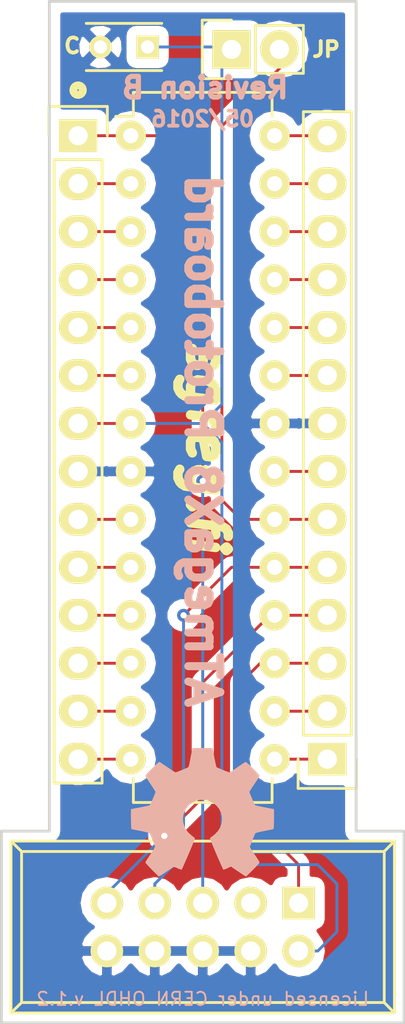
<source format=kicad_pcb>
(kicad_pcb (version 4) (host pcbnew 4.0.2+e4-6225~38~ubuntu15.10.1-stable)

  (general
    (links 42)
    (no_connects 0)
    (area 128.956999 66.472999 150.443001 120.725001)
    (thickness 1.6)
    (drawings 19)
    (tracks 75)
    (zones 0)
    (modules 7)
    (nets 28)
  )

  (page A4)
  (layers
    (0 F.Cu signal)
    (31 B.Cu signal)
    (32 B.Adhes user)
    (33 F.Adhes user)
    (34 B.Paste user)
    (35 F.Paste user)
    (36 B.SilkS user)
    (37 F.SilkS user)
    (38 B.Mask user)
    (39 F.Mask user)
    (40 Dwgs.User user)
    (41 Cmts.User user)
    (42 Eco1.User user)
    (43 Eco2.User user)
    (44 Edge.Cuts user)
    (45 Margin user)
    (46 B.CrtYd user)
    (47 F.CrtYd user)
    (48 B.Fab user)
    (49 F.Fab user)
  )

  (setup
    (last_trace_width 0.1524)
    (trace_clearance 0.1524)
    (zone_clearance 0.508)
    (zone_45_only no)
    (trace_min 0.1524)
    (segment_width 0.2)
    (edge_width 0.15)
    (via_size 0.6858)
    (via_drill 0.3302)
    (via_min_size 0.6858)
    (via_min_drill 0.3302)
    (uvia_size 0.762)
    (uvia_drill 0.508)
    (uvias_allowed no)
    (uvia_min_size 0)
    (uvia_min_drill 0)
    (pcb_text_width 0.3)
    (pcb_text_size 1.5 1.5)
    (mod_edge_width 0.15)
    (mod_text_size 1 1)
    (mod_text_width 0.15)
    (pad_size 1.524 1.524)
    (pad_drill 0.762)
    (pad_to_mask_clearance 0.2)
    (aux_axis_origin 0 0)
    (visible_elements FFFFFF7F)
    (pcbplotparams
      (layerselection 0x00030_80000001)
      (usegerberextensions false)
      (excludeedgelayer true)
      (linewidth 0.100000)
      (plotframeref false)
      (viasonmask false)
      (mode 1)
      (useauxorigin false)
      (hpglpennumber 1)
      (hpglpenspeed 20)
      (hpglpendiameter 15)
      (hpglpenoverlay 2)
      (psnegative false)
      (psa4output false)
      (plotreference true)
      (plotvalue true)
      (plotinvisibletext false)
      (padsonsilk false)
      (subtractmaskfromsilk false)
      (outputformat 1)
      (mirror false)
      (drillshape 1)
      (scaleselection 1)
      (outputdirectory ""))
  )

  (net 0 "")
  (net 1 /VCC)
  (net 2 /GND)
  (net 3 /RESET)
  (net 4 /PD0)
  (net 5 /PD1)
  (net 6 /PD2)
  (net 7 /PD3)
  (net 8 /PD4)
  (net 9 /PB6)
  (net 10 /PB7)
  (net 11 /PD5)
  (net 12 /PD6)
  (net 13 /PD7)
  (net 14 /PB0)
  (net 15 /PB1)
  (net 16 /PB2)
  (net 17 /PB3)
  (net 18 /PB4)
  (net 19 /PB5)
  (net 20 /AVCC)
  (net 21 /AREF)
  (net 22 /PC0)
  (net 23 /PC1)
  (net 24 /PC2)
  (net 25 /PC3)
  (net 26 /PC4)
  (net 27 /PC5)

  (net_class Default "This is the default net class."
    (clearance 0.1524)
    (trace_width 0.1524)
    (via_dia 0.6858)
    (via_drill 0.3302)
    (uvia_dia 0.762)
    (uvia_drill 0.508)
    (add_net /AREF)
    (add_net /AVCC)
    (add_net /GND)
    (add_net /PB0)
    (add_net /PB1)
    (add_net /PB2)
    (add_net /PB3)
    (add_net /PB4)
    (add_net /PB5)
    (add_net /PB6)
    (add_net /PB7)
    (add_net /PC0)
    (add_net /PC1)
    (add_net /PC2)
    (add_net /PC3)
    (add_net /PC4)
    (add_net /PC5)
    (add_net /PD0)
    (add_net /PD1)
    (add_net /PD2)
    (add_net /PD3)
    (add_net /PD4)
    (add_net /PD5)
    (add_net /PD6)
    (add_net /PD7)
    (add_net /RESET)
    (add_net /VCC)
  )

  (module Housings_DIP:DIP-28_W7.62mm (layer F.Cu) (tedit 56DA1F4A) (tstamp 56DA1F50)
    (at 135.89 73.66)
    (descr "28-lead dip package, row spacing 7.62 mm (300 mils)")
    (tags "dil dip 2.54 300")
    (path /56DA1270)
    (fp_text reference IC1 (at 0 -5.22) (layer F.SilkS) hide
      (effects (font (size 1 1) (thickness 0.15)))
    )
    (fp_text value ATMEGA328-P (at 0 -3.72) (layer F.Fab) hide
      (effects (font (size 1 1) (thickness 0.15)))
    )
    (fp_line (start -1.05 -2.45) (end -1.05 35.5) (layer F.CrtYd) (width 0.05))
    (fp_line (start 8.65 -2.45) (end 8.65 35.5) (layer F.CrtYd) (width 0.05))
    (fp_line (start -1.05 -2.45) (end 8.65 -2.45) (layer F.CrtYd) (width 0.05))
    (fp_line (start -1.05 35.5) (end 8.65 35.5) (layer F.CrtYd) (width 0.05))
    (fp_line (start 0.135 -2.295) (end 0.135 -1.025) (layer F.SilkS) (width 0.15))
    (fp_line (start 7.485 -2.295) (end 7.485 -1.025) (layer F.SilkS) (width 0.15))
    (fp_line (start 7.485 35.315) (end 7.485 34.045) (layer F.SilkS) (width 0.15))
    (fp_line (start 0.135 35.315) (end 0.135 34.045) (layer F.SilkS) (width 0.15))
    (fp_line (start 0.135 -2.295) (end 7.485 -2.295) (layer F.SilkS) (width 0.15))
    (fp_line (start 0.135 35.315) (end 7.485 35.315) (layer F.SilkS) (width 0.15))
    (fp_line (start 0.135 -1.025) (end -0.8 -1.025) (layer F.SilkS) (width 0.15))
    (pad 1 thru_hole oval (at 0 0) (size 1.6 1.6) (drill 0.8) (layers *.Cu *.Mask F.SilkS)
      (net 3 /RESET))
    (pad 2 thru_hole oval (at 0 2.54) (size 1.6 1.6) (drill 0.8) (layers *.Cu *.Mask F.SilkS)
      (net 4 /PD0))
    (pad 3 thru_hole oval (at 0 5.08) (size 1.6 1.6) (drill 0.8) (layers *.Cu *.Mask F.SilkS)
      (net 5 /PD1))
    (pad 4 thru_hole oval (at 0 7.62) (size 1.6 1.6) (drill 0.8) (layers *.Cu *.Mask F.SilkS)
      (net 6 /PD2))
    (pad 5 thru_hole oval (at 0 10.16) (size 1.6 1.6) (drill 0.8) (layers *.Cu *.Mask F.SilkS)
      (net 7 /PD3))
    (pad 6 thru_hole oval (at 0 12.7) (size 1.6 1.6) (drill 0.8) (layers *.Cu *.Mask F.SilkS)
      (net 8 /PD4))
    (pad 7 thru_hole oval (at 0 15.24) (size 1.6 1.6) (drill 0.8) (layers *.Cu *.Mask F.SilkS)
      (net 1 /VCC))
    (pad 8 thru_hole oval (at 0 17.78) (size 1.6 1.6) (drill 0.8) (layers *.Cu *.Mask F.SilkS)
      (net 2 /GND))
    (pad 9 thru_hole oval (at 0 20.32) (size 1.6 1.6) (drill 0.8) (layers *.Cu *.Mask F.SilkS)
      (net 9 /PB6))
    (pad 10 thru_hole oval (at 0 22.86) (size 1.6 1.6) (drill 0.8) (layers *.Cu *.Mask F.SilkS)
      (net 10 /PB7))
    (pad 11 thru_hole oval (at 0 25.4) (size 1.6 1.6) (drill 0.8) (layers *.Cu *.Mask F.SilkS)
      (net 11 /PD5))
    (pad 12 thru_hole oval (at 0 27.94) (size 1.6 1.6) (drill 0.8) (layers *.Cu *.Mask F.SilkS)
      (net 12 /PD6))
    (pad 13 thru_hole oval (at 0 30.48) (size 1.6 1.6) (drill 0.8) (layers *.Cu *.Mask F.SilkS)
      (net 13 /PD7))
    (pad 14 thru_hole oval (at 0 33.02) (size 1.6 1.6) (drill 0.8) (layers *.Cu *.Mask F.SilkS)
      (net 14 /PB0))
    (pad 15 thru_hole oval (at 7.62 33.02) (size 1.6 1.6) (drill 0.8) (layers *.Cu *.Mask F.SilkS)
      (net 15 /PB1))
    (pad 16 thru_hole oval (at 7.62 30.48) (size 1.6 1.6) (drill 0.8) (layers *.Cu *.Mask F.SilkS)
      (net 16 /PB2))
    (pad 17 thru_hole oval (at 7.62 27.94) (size 1.6 1.6) (drill 0.8) (layers *.Cu *.Mask F.SilkS)
      (net 17 /PB3))
    (pad 18 thru_hole oval (at 7.62 25.4) (size 1.6 1.6) (drill 0.8) (layers *.Cu *.Mask F.SilkS)
      (net 18 /PB4))
    (pad 19 thru_hole oval (at 7.62 22.86) (size 1.6 1.6) (drill 0.8) (layers *.Cu *.Mask F.SilkS)
      (net 19 /PB5))
    (pad 20 thru_hole oval (at 7.62 20.32) (size 1.6 1.6) (drill 0.8) (layers *.Cu *.Mask F.SilkS)
      (net 20 /AVCC))
    (pad 21 thru_hole oval (at 7.62 17.78) (size 1.6 1.6) (drill 0.8) (layers *.Cu *.Mask F.SilkS)
      (net 21 /AREF))
    (pad 22 thru_hole oval (at 7.62 15.24) (size 1.6 1.6) (drill 0.8) (layers *.Cu *.Mask F.SilkS)
      (net 2 /GND))
    (pad 23 thru_hole oval (at 7.62 12.7) (size 1.6 1.6) (drill 0.8) (layers *.Cu *.Mask F.SilkS)
      (net 22 /PC0))
    (pad 24 thru_hole oval (at 7.62 10.16) (size 1.6 1.6) (drill 0.8) (layers *.Cu *.Mask F.SilkS)
      (net 23 /PC1))
    (pad 25 thru_hole oval (at 7.62 7.62) (size 1.6 1.6) (drill 0.8) (layers *.Cu *.Mask F.SilkS)
      (net 24 /PC2))
    (pad 26 thru_hole oval (at 7.62 5.08) (size 1.6 1.6) (drill 0.8) (layers *.Cu *.Mask F.SilkS)
      (net 25 /PC3))
    (pad 27 thru_hole oval (at 7.62 2.54) (size 1.6 1.6) (drill 0.8) (layers *.Cu *.Mask F.SilkS)
      (net 26 /PC4))
    (pad 28 thru_hole oval (at 7.62 0) (size 1.6 1.6) (drill 0.8) (layers *.Cu *.Mask F.SilkS)
      (net 27 /PC5))
    (model Housings_DIP.3dshapes/DIP-28_W7.62mm.wrl
      (at (xyz 0 0 0))
      (scale (xyz 1 1 1))
      (rotate (xyz 0 0 0))
    )
  )

  (module Capacitors_ThroughHole:C_Rect_L4_W2.5_P2.5 (layer F.Cu) (tedit 56DA1F57) (tstamp 56DA1F30)
    (at 136.779 68.961 180)
    (descr "Film Capacitor Length 4mm x Width 2.5mm, Pitch 2.5mm")
    (tags Capacitor)
    (path /56DA16B2)
    (fp_text reference C1 (at 1.25 -2.5 180) (layer F.SilkS) hide
      (effects (font (size 1 1) (thickness 0.15)))
    )
    (fp_text value 100n (at 1.25 2.5 180) (layer F.Fab) hide
      (effects (font (size 1 1) (thickness 0.15)))
    )
    (fp_line (start -1 -1.5) (end 3.5 -1.5) (layer F.CrtYd) (width 0.05))
    (fp_line (start 3.5 -1.5) (end 3.5 1.5) (layer F.CrtYd) (width 0.05))
    (fp_line (start 3.5 1.5) (end -1 1.5) (layer F.CrtYd) (width 0.05))
    (fp_line (start -1 1.5) (end -1 -1.5) (layer F.CrtYd) (width 0.05))
    (fp_line (start -0.75 -1.25) (end 3.25 -1.25) (layer F.SilkS) (width 0.15))
    (fp_line (start -0.75 1.25) (end 3.25 1.25) (layer F.SilkS) (width 0.15))
    (pad 1 thru_hole rect (at 0 0 180) (size 1.2 1.2) (drill 0.7) (layers *.Cu *.Mask F.SilkS)
      (net 1 /VCC))
    (pad 2 thru_hole circle (at 2.5 0 180) (size 1.2 1.2) (drill 0.7) (layers *.Cu *.Mask F.SilkS)
      (net 2 /GND))
  )

  (module Socket_Strips:Socket_Strip_Straight_1x14 (layer F.Cu) (tedit 56DA1F42) (tstamp 56DA1F62)
    (at 133.096 73.66 270)
    (descr "Through hole socket strip")
    (tags "socket strip")
    (path /56DA143A)
    (fp_text reference P1 (at 0 -5.1 270) (layer F.SilkS) hide
      (effects (font (size 1 1) (thickness 0.15)))
    )
    (fp_text value CONN1 (at 0 -3.1 270) (layer F.Fab) hide
      (effects (font (size 1 1) (thickness 0.15)))
    )
    (fp_line (start -1.75 -1.75) (end -1.75 1.75) (layer F.CrtYd) (width 0.05))
    (fp_line (start 34.8 -1.75) (end 34.8 1.75) (layer F.CrtYd) (width 0.05))
    (fp_line (start -1.75 -1.75) (end 34.8 -1.75) (layer F.CrtYd) (width 0.05))
    (fp_line (start -1.75 1.75) (end 34.8 1.75) (layer F.CrtYd) (width 0.05))
    (fp_line (start 1.27 -1.27) (end 34.29 -1.27) (layer F.SilkS) (width 0.15))
    (fp_line (start 34.29 -1.27) (end 34.29 1.27) (layer F.SilkS) (width 0.15))
    (fp_line (start 34.29 1.27) (end 1.27 1.27) (layer F.SilkS) (width 0.15))
    (fp_line (start -1.55 1.55) (end 0 1.55) (layer F.SilkS) (width 0.15))
    (fp_line (start 1.27 1.27) (end 1.27 -1.27) (layer F.SilkS) (width 0.15))
    (fp_line (start 0 -1.55) (end -1.55 -1.55) (layer F.SilkS) (width 0.15))
    (fp_line (start -1.55 -1.55) (end -1.55 1.55) (layer F.SilkS) (width 0.15))
    (pad 1 thru_hole rect (at 0 0 270) (size 1.7272 2.032) (drill 1.016) (layers *.Cu *.Mask F.SilkS)
      (net 3 /RESET))
    (pad 2 thru_hole oval (at 2.54 0 270) (size 1.7272 2.032) (drill 1.016) (layers *.Cu *.Mask F.SilkS)
      (net 4 /PD0))
    (pad 3 thru_hole oval (at 5.08 0 270) (size 1.7272 2.032) (drill 1.016) (layers *.Cu *.Mask F.SilkS)
      (net 5 /PD1))
    (pad 4 thru_hole oval (at 7.62 0 270) (size 1.7272 2.032) (drill 1.016) (layers *.Cu *.Mask F.SilkS)
      (net 6 /PD2))
    (pad 5 thru_hole oval (at 10.16 0 270) (size 1.7272 2.032) (drill 1.016) (layers *.Cu *.Mask F.SilkS)
      (net 7 /PD3))
    (pad 6 thru_hole oval (at 12.7 0 270) (size 1.7272 2.032) (drill 1.016) (layers *.Cu *.Mask F.SilkS)
      (net 8 /PD4))
    (pad 7 thru_hole oval (at 15.24 0 270) (size 1.7272 2.032) (drill 1.016) (layers *.Cu *.Mask F.SilkS)
      (net 1 /VCC))
    (pad 8 thru_hole oval (at 17.78 0 270) (size 1.7272 2.032) (drill 1.016) (layers *.Cu *.Mask F.SilkS)
      (net 2 /GND))
    (pad 9 thru_hole oval (at 20.32 0 270) (size 1.7272 2.032) (drill 1.016) (layers *.Cu *.Mask F.SilkS)
      (net 9 /PB6))
    (pad 10 thru_hole oval (at 22.86 0 270) (size 1.7272 2.032) (drill 1.016) (layers *.Cu *.Mask F.SilkS)
      (net 10 /PB7))
    (pad 11 thru_hole oval (at 25.4 0 270) (size 1.7272 2.032) (drill 1.016) (layers *.Cu *.Mask F.SilkS)
      (net 11 /PD5))
    (pad 12 thru_hole oval (at 27.94 0 270) (size 1.7272 2.032) (drill 1.016) (layers *.Cu *.Mask F.SilkS)
      (net 12 /PD6))
    (pad 13 thru_hole oval (at 30.48 0 270) (size 1.7272 2.032) (drill 1.016) (layers *.Cu *.Mask F.SilkS)
      (net 13 /PD7))
    (pad 14 thru_hole oval (at 33.02 0 270) (size 1.7272 2.032) (drill 1.016) (layers *.Cu *.Mask F.SilkS)
      (net 14 /PB0))
    (model Socket_Strips.3dshapes/Socket_Strip_Straight_1x14.wrl
      (at (xyz 0.65 0 0))
      (scale (xyz 1 1 1))
      (rotate (xyz 0 0 180))
    )
  )

  (module Socket_Strips:Socket_Strip_Straight_1x14 (layer F.Cu) (tedit 56DA1F60) (tstamp 56DA1F74)
    (at 146.304 106.68 90)
    (descr "Through hole socket strip")
    (tags "socket strip")
    (path /56DA12E7)
    (fp_text reference P2 (at 0 -5.1 90) (layer F.SilkS) hide
      (effects (font (size 1 1) (thickness 0.15)))
    )
    (fp_text value CONN2 (at 0 -3.1 90) (layer F.Fab) hide
      (effects (font (size 1 1) (thickness 0.15)))
    )
    (fp_line (start -1.75 -1.75) (end -1.75 1.75) (layer F.CrtYd) (width 0.05))
    (fp_line (start 34.8 -1.75) (end 34.8 1.75) (layer F.CrtYd) (width 0.05))
    (fp_line (start -1.75 -1.75) (end 34.8 -1.75) (layer F.CrtYd) (width 0.05))
    (fp_line (start -1.75 1.75) (end 34.8 1.75) (layer F.CrtYd) (width 0.05))
    (fp_line (start 1.27 -1.27) (end 34.29 -1.27) (layer F.SilkS) (width 0.15))
    (fp_line (start 34.29 -1.27) (end 34.29 1.27) (layer F.SilkS) (width 0.15))
    (fp_line (start 34.29 1.27) (end 1.27 1.27) (layer F.SilkS) (width 0.15))
    (fp_line (start -1.55 1.55) (end 0 1.55) (layer F.SilkS) (width 0.15))
    (fp_line (start 1.27 1.27) (end 1.27 -1.27) (layer F.SilkS) (width 0.15))
    (fp_line (start 0 -1.55) (end -1.55 -1.55) (layer F.SilkS) (width 0.15))
    (fp_line (start -1.55 -1.55) (end -1.55 1.55) (layer F.SilkS) (width 0.15))
    (pad 1 thru_hole rect (at 0 0 90) (size 1.7272 2.032) (drill 1.016) (layers *.Cu *.Mask F.SilkS)
      (net 15 /PB1))
    (pad 2 thru_hole oval (at 2.54 0 90) (size 1.7272 2.032) (drill 1.016) (layers *.Cu *.Mask F.SilkS)
      (net 16 /PB2))
    (pad 3 thru_hole oval (at 5.08 0 90) (size 1.7272 2.032) (drill 1.016) (layers *.Cu *.Mask F.SilkS)
      (net 17 /PB3))
    (pad 4 thru_hole oval (at 7.62 0 90) (size 1.7272 2.032) (drill 1.016) (layers *.Cu *.Mask F.SilkS)
      (net 18 /PB4))
    (pad 5 thru_hole oval (at 10.16 0 90) (size 1.7272 2.032) (drill 1.016) (layers *.Cu *.Mask F.SilkS)
      (net 19 /PB5))
    (pad 6 thru_hole oval (at 12.7 0 90) (size 1.7272 2.032) (drill 1.016) (layers *.Cu *.Mask F.SilkS)
      (net 20 /AVCC))
    (pad 7 thru_hole oval (at 15.24 0 90) (size 1.7272 2.032) (drill 1.016) (layers *.Cu *.Mask F.SilkS)
      (net 21 /AREF))
    (pad 8 thru_hole oval (at 17.78 0 90) (size 1.7272 2.032) (drill 1.016) (layers *.Cu *.Mask F.SilkS)
      (net 2 /GND))
    (pad 9 thru_hole oval (at 20.32 0 90) (size 1.7272 2.032) (drill 1.016) (layers *.Cu *.Mask F.SilkS)
      (net 22 /PC0))
    (pad 10 thru_hole oval (at 22.86 0 90) (size 1.7272 2.032) (drill 1.016) (layers *.Cu *.Mask F.SilkS)
      (net 23 /PC1))
    (pad 11 thru_hole oval (at 25.4 0 90) (size 1.7272 2.032) (drill 1.016) (layers *.Cu *.Mask F.SilkS)
      (net 24 /PC2))
    (pad 12 thru_hole oval (at 27.94 0 90) (size 1.7272 2.032) (drill 1.016) (layers *.Cu *.Mask F.SilkS)
      (net 25 /PC3))
    (pad 13 thru_hole oval (at 30.48 0 90) (size 1.7272 2.032) (drill 1.016) (layers *.Cu *.Mask F.SilkS)
      (net 26 /PC4))
    (pad 14 thru_hole oval (at 33.02 0 90) (size 1.7272 2.032) (drill 1.016) (layers *.Cu *.Mask F.SilkS)
      (net 27 /PC5))
    (model Socket_Strips.3dshapes/Socket_Strip_Straight_1x14.wrl
      (at (xyz 0.65 0 0))
      (scale (xyz 1 1 1))
      (rotate (xyz 0 0 180))
    )
  )

  (module Connect:IDC_Header_Straight_10pins (layer F.Cu) (tedit 56DA1F51) (tstamp 56DA1F82)
    (at 144.78 114.3 180)
    (descr "10 pins through hole IDC header")
    (tags "IDC header socket VASCH")
    (path /56DA1645)
    (fp_text reference P3 (at 5.08 -7.62 180) (layer F.SilkS) hide
      (effects (font (size 1 1) (thickness 0.15)))
    )
    (fp_text value SERPROG (at 5.08 5.223 180) (layer F.Fab) hide
      (effects (font (size 1 1) (thickness 0.15)))
    )
    (fp_line (start -5.08 -5.82) (end 15.24 -5.82) (layer F.SilkS) (width 0.15))
    (fp_line (start -4.54 -5.27) (end 14.68 -5.27) (layer F.SilkS) (width 0.15))
    (fp_line (start -5.08 3.28) (end 15.24 3.28) (layer F.SilkS) (width 0.15))
    (fp_line (start -4.54 2.73) (end 2.83 2.73) (layer F.SilkS) (width 0.15))
    (fp_line (start 7.33 2.73) (end 14.68 2.73) (layer F.SilkS) (width 0.15))
    (fp_line (start 2.83 2.73) (end 2.83 3.28) (layer F.SilkS) (width 0.15))
    (fp_line (start 7.33 2.73) (end 7.33 3.28) (layer F.SilkS) (width 0.15))
    (fp_line (start -5.08 -5.82) (end -5.08 3.28) (layer F.SilkS) (width 0.15))
    (fp_line (start -4.54 -5.27) (end -4.54 2.73) (layer F.SilkS) (width 0.15))
    (fp_line (start 15.24 -5.82) (end 15.24 3.28) (layer F.SilkS) (width 0.15))
    (fp_line (start 14.68 -5.27) (end 14.68 2.73) (layer F.SilkS) (width 0.15))
    (fp_line (start -5.08 -5.82) (end -4.54 -5.27) (layer F.SilkS) (width 0.15))
    (fp_line (start 15.24 -5.82) (end 14.68 -5.27) (layer F.SilkS) (width 0.15))
    (fp_line (start -5.08 3.28) (end -4.54 2.73) (layer F.SilkS) (width 0.15))
    (fp_line (start 15.24 3.28) (end 14.68 2.73) (layer F.SilkS) (width 0.15))
    (fp_line (start -5.35 -6.05) (end 15.5 -6.05) (layer F.CrtYd) (width 0.05))
    (fp_line (start 15.5 -6.05) (end 15.5 3.55) (layer F.CrtYd) (width 0.05))
    (fp_line (start 15.5 3.55) (end -5.35 3.55) (layer F.CrtYd) (width 0.05))
    (fp_line (start -5.35 3.55) (end -5.35 -6.05) (layer F.CrtYd) (width 0.05))
    (pad 1 thru_hole rect (at 0 0 180) (size 1.7272 1.7272) (drill 1.016) (layers *.Cu *.Mask F.SilkS)
      (net 17 /PB3))
    (pad 2 thru_hole oval (at 0 -2.54 180) (size 1.7272 1.7272) (drill 1.016) (layers *.Cu *.Mask F.SilkS)
      (net 1 /VCC))
    (pad 3 thru_hole oval (at 2.54 0 180) (size 1.7272 1.7272) (drill 1.016) (layers *.Cu *.Mask F.SilkS))
    (pad 4 thru_hole oval (at 2.54 -2.54 180) (size 1.7272 1.7272) (drill 1.016) (layers *.Cu *.Mask F.SilkS)
      (net 2 /GND))
    (pad 5 thru_hole oval (at 5.08 0 180) (size 1.7272 1.7272) (drill 1.016) (layers *.Cu *.Mask F.SilkS)
      (net 3 /RESET))
    (pad 6 thru_hole oval (at 5.08 -2.54 180) (size 1.7272 1.7272) (drill 1.016) (layers *.Cu *.Mask F.SilkS)
      (net 2 /GND))
    (pad 7 thru_hole oval (at 7.62 0 180) (size 1.7272 1.7272) (drill 1.016) (layers *.Cu *.Mask F.SilkS)
      (net 19 /PB5))
    (pad 8 thru_hole oval (at 7.62 -2.54 180) (size 1.7272 1.7272) (drill 1.016) (layers *.Cu *.Mask F.SilkS)
      (net 2 /GND))
    (pad 9 thru_hole oval (at 10.16 0 180) (size 1.7272 1.7272) (drill 1.016) (layers *.Cu *.Mask F.SilkS)
      (net 18 /PB4))
    (pad 10 thru_hole oval (at 10.16 -2.54 180) (size 1.7272 1.7272) (drill 1.016) (layers *.Cu *.Mask F.SilkS)
      (net 2 /GND))
  )

  (module Artwork_4chord-midi:oshw (layer B.Cu) (tedit 0) (tstamp 572B4FE0)
    (at 139.7 109.474 180)
    (fp_text reference G*** (at 0 0 180) (layer B.SilkS) hide
      (effects (font (thickness 0.3)) (justify mirror))
    )
    (fp_text value LOGO (at 0.75 0 180) (layer B.SilkS) hide
      (effects (font (thickness 0.3)) (justify mirror))
    )
    (fp_poly (pts (xy 0.64047 2.889672) (xy 0.670098 2.736551) (xy 0.698254 2.600356) (xy 0.723117 2.489182)
      (xy 0.742866 2.411128) (xy 0.75568 2.37429) (xy 0.756643 2.373046) (xy 0.788504 2.354888)
      (xy 0.8571 2.32307) (xy 0.951446 2.282082) (xy 1.060556 2.236414) (xy 1.173444 2.190554)
      (xy 1.279124 2.148993) (xy 1.366611 2.11622) (xy 1.42492 2.096724) (xy 1.441256 2.093266)
      (xy 1.470221 2.107113) (xy 1.533986 2.145629) (xy 1.625474 2.204277) (xy 1.737608 2.278519)
      (xy 1.863314 2.36382) (xy 1.864193 2.364424) (xy 1.990656 2.45071) (xy 2.104075 2.527104)
      (xy 2.197204 2.588805) (xy 2.262792 2.631009) (xy 2.2935 2.648878) (xy 2.321564 2.635863)
      (xy 2.377672 2.592097) (xy 2.455103 2.524219) (xy 2.547138 2.438868) (xy 2.647056 2.342686)
      (xy 2.748137 2.242312) (xy 2.843662 2.144387) (xy 2.926911 2.055549) (xy 2.991164 1.98244)
      (xy 3.029701 1.931699) (xy 3.037789 1.913435) (xy 3.023934 1.880434) (xy 2.985416 1.812953)
      (xy 2.926805 1.718373) (xy 2.85267 1.604071) (xy 2.769749 1.480603) (xy 2.685 1.354791)
      (xy 2.611274 1.242206) (xy 2.55312 1.15005) (xy 2.515083 1.085528) (xy 2.501708 1.056012)
      (xy 2.511533 1.021422) (xy 2.537966 0.951032) (xy 2.576444 0.8555) (xy 2.622403 0.745482)
      (xy 2.67128 0.631637) (xy 2.718513 0.524623) (xy 2.759538 0.435098) (xy 2.789791 0.37372)
      (xy 2.803062 0.352154) (xy 2.830915 0.343432) (xy 2.899522 0.327195) (xy 2.999456 0.305335)
      (xy 3.121288 0.279747) (xy 3.255592 0.252322) (xy 3.392939 0.224953) (xy 3.523903 0.199533)
      (xy 3.639056 0.177955) (xy 3.728971 0.162111) (xy 3.78422 0.153895) (xy 3.794194 0.153166)
      (xy 3.799541 0.12918) (xy 3.803123 0.063315) (xy 3.805079 -0.035287) (xy 3.805545 -0.157484)
      (xy 3.804662 -0.294135) (xy 3.802566 -0.436098) (xy 3.799395 -0.574233) (xy 3.795288 -0.699397)
      (xy 3.790383 -0.80245) (xy 3.784818 -0.874249) (xy 3.778731 -0.905654) (xy 3.778194 -0.906167)
      (xy 3.745912 -0.91576) (xy 3.671971 -0.932709) (xy 3.564934 -0.955207) (xy 3.433369 -0.981447)
      (xy 3.304036 -1.00621) (xy 3.15499 -1.03581) (xy 3.023696 -1.064907) (xy 2.918664 -1.091384)
      (xy 2.848402 -1.113123) (xy 2.822613 -1.126024) (xy 2.801725 -1.161981) (xy 2.76767 -1.234727)
      (xy 2.724824 -1.333408) (xy 2.677561 -1.447169) (xy 2.630256 -1.565157) (xy 2.587284 -1.676517)
      (xy 2.553021 -1.770395) (xy 2.53184 -1.835936) (xy 2.527141 -1.859089) (xy 2.541084 -1.890255)
      (xy 2.579699 -1.955693) (xy 2.638262 -2.047933) (xy 2.712049 -2.159503) (xy 2.782513 -2.262948)
      (xy 2.865598 -2.385735) (xy 2.937376 -2.496326) (xy 2.993097 -2.587032) (xy 3.028013 -2.650166)
      (xy 3.037789 -2.676161) (xy 3.02058 -2.704816) (xy 2.973437 -2.761962) (xy 2.903086 -2.840681)
      (xy 2.816253 -2.934057) (xy 2.719665 -3.035174) (xy 2.620047 -3.137116) (xy 2.524126 -3.232965)
      (xy 2.438628 -3.315807) (xy 2.370278 -3.378724) (xy 2.325804 -3.414801) (xy 2.313719 -3.420703)
      (xy 2.286552 -3.406926) (xy 2.224849 -3.368779) (xy 2.135991 -3.311037) (xy 2.027362 -3.238477)
      (xy 1.937763 -3.177484) (xy 1.817309 -3.095568) (xy 1.709359 -3.023487) (xy 1.621837 -2.96643)
      (xy 1.562666 -2.929582) (xy 1.542131 -2.918503) (xy 1.500072 -2.921412) (xy 1.427316 -2.943964)
      (xy 1.33813 -2.981625) (xy 1.327437 -2.986734) (xy 1.239165 -3.025589) (xy 1.165842 -3.050898)
      (xy 1.121565 -3.057915) (xy 1.118367 -3.057122) (xy 1.103052 -3.032305) (xy 1.071056 -2.966864)
      (xy 1.025187 -2.86736) (xy 0.968257 -2.740358) (xy 0.903075 -2.59242) (xy 0.832451 -2.430109)
      (xy 0.759196 -2.25999) (xy 0.686118 -2.088624) (xy 0.616029 -1.922574) (xy 0.551738 -1.768405)
      (xy 0.496055 -1.632679) (xy 0.45179 -1.521959) (xy 0.421754 -1.442808) (xy 0.408756 -1.401789)
      (xy 0.408442 -1.399006) (xy 0.427565 -1.377774) (xy 0.47863 -1.33451) (xy 0.552177 -1.27706)
      (xy 0.586148 -1.251586) (xy 0.764056 -1.0918) (xy 0.899483 -0.911344) (xy 0.992014 -0.715978)
      (xy 1.041233 -0.511461) (xy 1.046726 -0.303552) (xy 1.008078 -0.09801) (xy 0.924873 0.099405)
      (xy 0.796696 0.282935) (xy 0.703686 0.37882) (xy 0.527636 0.509759) (xy 0.338522 0.595728)
      (xy 0.142041 0.63924) (xy -0.056112 0.642807) (xy -0.25024 0.608944) (xy -0.434649 0.540164)
      (xy -0.603642 0.43898) (xy -0.751524 0.307906) (xy -0.872599 0.149454) (xy -0.961171 -0.033861)
      (xy -1.011544 -0.239526) (xy -1.021106 -0.382278) (xy -0.996973 -0.610942) (xy -0.92507 -0.822294)
      (xy -0.806135 -1.014937) (xy -0.640909 -1.187474) (xy -0.560621 -1.251586) (xy -0.480668 -1.312545)
      (xy -0.419373 -1.36249) (xy -0.386195 -1.393576) (xy -0.382915 -1.399006) (xy -0.392627 -1.432796)
      (xy -0.419889 -1.505854) (xy -0.461888 -1.611614) (xy -0.515813 -1.743514) (xy -0.578849 -1.894991)
      (xy -0.648186 -2.059481) (xy -0.721011 -2.230421) (xy -0.794511 -2.401249) (xy -0.865874 -2.565399)
      (xy -0.932288 -2.71631) (xy -0.990939 -2.847418) (xy -1.039017 -2.95216) (xy -1.073708 -3.023973)
      (xy -1.092199 -3.056292) (xy -1.093544 -3.057392) (xy -1.132254 -3.053219) (xy -1.202373 -3.029686)
      (xy -1.290304 -2.991543) (xy -1.311532 -2.981245) (xy -1.493367 -2.891223) (xy -1.880328 -3.155963)
      (xy -2.004404 -3.240073) (xy -2.11439 -3.313161) (xy -2.203243 -3.370665) (xy -2.263921 -3.408024)
      (xy -2.289112 -3.420703) (xy -2.313092 -3.403434) (xy -2.36701 -3.355321) (xy -2.44499 -3.281907)
      (xy -2.541156 -3.188735) (xy -2.64963 -3.081347) (xy -2.661598 -3.069368) (xy -2.770297 -2.958356)
      (xy -2.865285 -2.857324) (xy -2.940976 -2.772547) (xy -2.991782 -2.7103) (xy -3.012117 -2.676859)
      (xy -3.012261 -2.675488) (xy -2.998301 -2.641409) (xy -2.959586 -2.573334) (xy -2.900863 -2.478935)
      (xy -2.82688 -2.365885) (xy -2.756985 -2.262948) (xy -2.674043 -2.140894) (xy -2.602348 -2.031881)
      (xy -2.546622 -1.943379) (xy -2.511591 -1.882859) (xy -2.501614 -1.859089) (xy -2.511088 -1.819716)
      (xy -2.536695 -1.744442) (xy -2.574059 -1.64412) (xy -2.618806 -1.529606) (xy -2.66656 -1.411752)
      (xy -2.712947 -1.301415) (xy -2.753591 -1.209446) (xy -2.784118 -1.146702) (xy -2.797086 -1.126024)
      (xy -2.832128 -1.109809) (xy -2.908984 -1.087103) (xy -3.019146 -1.060024) (xy -3.154104 -1.030689)
      (xy -3.278509 -1.00621) (xy -3.42458 -0.978173) (xy -3.553663 -0.952285) (xy -3.657194 -0.930355)
      (xy -3.726605 -0.914191) (xy -3.752666 -0.906167) (xy -3.758791 -0.878619) (xy -3.764406 -0.809899)
      (xy -3.769373 -0.709149) (xy -3.773553 -0.585509) (xy -3.776808 -0.448121) (xy -3.779001 -0.306128)
      (xy -3.779993 -0.168669) (xy -3.779646 -0.044888) (xy -3.777823 0.056076) (xy -3.774385 0.12508)
      (xy -3.769193 0.152982) (xy -3.768666 0.153166) (xy -3.729137 0.157972) (xy -3.651344 0.171127)
      (xy -3.544713 0.19074) (xy -3.418672 0.214916) (xy -3.282649 0.241764) (xy -3.146071 0.269391)
      (xy -3.018365 0.295904) (xy -2.90896 0.31941) (xy -2.827281 0.338017) (xy -2.782758 0.349832)
      (xy -2.777534 0.352154) (xy -2.758993 0.383818) (xy -2.726083 0.452034) (xy -2.683366 0.546144)
      (xy -2.635405 0.65549) (xy -2.586764 0.769414) (xy -2.542006 0.877258) (xy -2.505694 0.968365)
      (xy -2.482391 1.032076) (xy -2.476181 1.056012) (xy -2.489993 1.086325) (xy -2.528396 1.151358)
      (xy -2.586843 1.243907) (xy -2.660786 1.356767) (xy -2.744221 1.480603) (xy -2.829098 1.607034)
      (xy -2.902909 1.720942) (xy -2.961085 1.81495) (xy -2.999056 1.881678) (xy -3.012261 1.913435)
      (xy -2.994894 1.945312) (xy -2.947272 2.004042) (xy -2.876116 2.082985) (xy -2.788145 2.175501)
      (xy -2.69008 2.274949) (xy -2.588639 2.37469) (xy -2.490544 2.468084) (xy -2.402513 2.54849)
      (xy -2.331268 2.609269) (xy -2.283527 2.643781) (xy -2.267972 2.648878) (xy -2.236853 2.630752)
      (xy -2.171006 2.588366) (xy -2.077679 2.526524) (xy -1.964121 2.450027) (xy -1.838666 2.364424)
      (xy -1.712893 2.279064) (xy -1.600643 2.204731) (xy -1.508991 2.145963) (xy -1.445015 2.107296)
      (xy -1.415792 2.093267) (xy -1.415729 2.093266) (xy -1.379984 2.102737) (xy -1.308527 2.128154)
      (xy -1.212343 2.16503) (xy -1.102418 2.208874) (xy -0.989737 2.255197) (xy -0.885287 2.299509)
      (xy -0.800052 2.337322) (xy -0.745018 2.364146) (xy -0.731115 2.373046) (xy -0.719232 2.404529)
      (xy -0.700201 2.478176) (xy -0.675843 2.585891) (xy -0.647978 2.719576) (xy -0.618428 2.871133)
      (xy -0.614942 2.889672) (xy -0.522655 3.382412) (xy 0.548183 3.382412) (xy 0.64047 2.889672)) (layer B.SilkS) (width 0.002))
  )

  (module Socket_Strips:Socket_Strip_Straight_1x02 (layer F.Cu) (tedit 572B52C8) (tstamp 572B5272)
    (at 141.224 69.088)
    (descr "Through hole socket strip")
    (tags "socket strip")
    (path /572B519E)
    (fp_text reference JP1 (at 0 -5.1) (layer F.SilkS) hide
      (effects (font (size 1 1) (thickness 0.15)))
    )
    (fp_text value JUMPER (at 0 -3.1) (layer F.Fab) hide
      (effects (font (size 1 1) (thickness 0.15)))
    )
    (fp_line (start -1.55 1.55) (end 0 1.55) (layer F.SilkS) (width 0.15))
    (fp_line (start 3.81 1.27) (end 1.27 1.27) (layer F.SilkS) (width 0.15))
    (fp_line (start -1.75 -1.75) (end -1.75 1.75) (layer F.CrtYd) (width 0.05))
    (fp_line (start 4.3 -1.75) (end 4.3 1.75) (layer F.CrtYd) (width 0.05))
    (fp_line (start -1.75 -1.75) (end 4.3 -1.75) (layer F.CrtYd) (width 0.05))
    (fp_line (start -1.75 1.75) (end 4.3 1.75) (layer F.CrtYd) (width 0.05))
    (fp_line (start 1.27 1.27) (end 1.27 -1.27) (layer F.SilkS) (width 0.15))
    (fp_line (start 0 -1.55) (end -1.55 -1.55) (layer F.SilkS) (width 0.15))
    (fp_line (start -1.55 -1.55) (end -1.55 1.55) (layer F.SilkS) (width 0.15))
    (fp_line (start 1.27 -1.27) (end 3.81 -1.27) (layer F.SilkS) (width 0.15))
    (fp_line (start 3.81 -1.27) (end 3.81 1.27) (layer F.SilkS) (width 0.15))
    (pad 1 thru_hole rect (at 0 0) (size 2.032 2.032) (drill 1.016) (layers *.Cu *.Mask F.SilkS)
      (net 1 /VCC))
    (pad 2 thru_hole oval (at 2.54 0) (size 2.032 2.032) (drill 1.016) (layers *.Cu *.Mask F.SilkS)
      (net 20 /AVCC))
    (model Socket_Strips.3dshapes/Socket_Strip_Straight_1x02.wrl
      (at (xyz 0.05 0 0))
      (scale (xyz 1 1 1))
      (rotate (xyz 0 0 180))
    )
  )

  (gr_circle (center 133.096 71.247) (end 133.096 71.3105) (layer F.SilkS) (width 0.2))
  (gr_circle (center 133.096 71.247) (end 133.1595 71.374) (layer F.SilkS) (width 0.2))
  (gr_text JP (at 146.2405 69.088) (layer F.SilkS)
    (effects (font (size 0.8 0.8) (thickness 0.2)))
  )
  (gr_circle (center 133.096 71.247) (end 133.223 71.374) (layer F.SilkS) (width 0.2))
  (gr_circle (center 133.096 71.247) (end 133.35 71.501) (layer F.SilkS) (width 0.2))
  (gr_text C (at 132.7785 68.8975) (layer F.SilkS)
    (effects (font (size 0.8 0.8) (thickness 0.2)))
  )
  (gr_line (start 129.032 110.49) (end 129.032 120.65) (angle 90) (layer Edge.Cuts) (width 0.15))
  (gr_line (start 131.572 110.49) (end 129.032 110.49) (angle 90) (layer Edge.Cuts) (width 0.15))
  (gr_line (start 131.572 66.548) (end 131.572 110.49) (angle 90) (layer Edge.Cuts) (width 0.15))
  (gr_line (start 147.828 66.548) (end 131.572 66.548) (angle 90) (layer Edge.Cuts) (width 0.15))
  (gr_line (start 147.828 110.49) (end 147.828 66.548) (angle 90) (layer Edge.Cuts) (width 0.15))
  (gr_line (start 150.368 110.49) (end 147.828 110.49) (angle 90) (layer Edge.Cuts) (width 0.15))
  (gr_line (start 150.368 120.65) (end 150.368 110.49) (angle 90) (layer Edge.Cuts) (width 0.15))
  (gr_line (start 129.032 120.65) (end 150.368 120.65) (angle 90) (layer Edge.Cuts) (width 0.15))
  (gr_text sgreg.fi (at 139.954 90.17 270) (layer F.SilkS)
    (effects (font (size 2 2) (thickness 0.5) italic))
  )
  (gr_text "Licensed under CERN OHDL v.1.2" (at 139.7 119.38) (layer B.SilkS)
    (effects (font (size 0.7 0.7) (thickness 0.1)) (justify mirror))
  )
  (gr_text 05/2016 (at 139.7 72.771) (layer B.SilkS)
    (effects (font (size 0.8 0.8) (thickness 0.2)) (justify mirror))
  )
  (gr_text "Revision B" (at 139.827 71.12) (layer B.SilkS)
    (effects (font (size 1.1 1.1) (thickness 0.275)) (justify mirror))
  )
  (gr_text "ATmegaX8 Protoboard" (at 139.7 104.14 270) (layer B.SilkS)
    (effects (font (size 1.7 1.7) (thickness 0.425)) (justify left mirror))
  )

  (segment (start 135.89 88.9) (end 139.7 88.9) (width 0.1524) (layer B.Cu) (net 1))
  (segment (start 139.7 88.9) (end 140.716 87.884) (width 0.1524) (layer B.Cu) (net 1) (tstamp 572B553E))
  (segment (start 140.716 87.884) (end 140.716 69.596) (width 0.1524) (layer B.Cu) (net 1) (tstamp 572B553F))
  (segment (start 140.716 69.596) (end 141.224 69.088) (width 0.1524) (layer B.Cu) (net 1) (tstamp 572B5541))
  (segment (start 136.779 68.961) (end 141.097 68.961) (width 0.1524) (layer B.Cu) (net 1))
  (segment (start 141.097 68.961) (end 141.224 69.088) (width 0.1524) (layer B.Cu) (net 1) (tstamp 572B54F4))
  (segment (start 140.716 69.596) (end 141.224 69.088) (width 0.1524) (layer B.Cu) (net 1) (tstamp 572B54F1))
  (segment (start 139.7 88.9) (end 140.716 89.916) (width 0.1524) (layer B.Cu) (net 1) (tstamp 572B4364))
  (segment (start 145.796 116.84) (end 144.78 116.84) (width 0.1524) (layer B.Cu) (net 1) (tstamp 572B437D))
  (segment (start 146.812 115.824) (end 145.796 116.84) (width 0.1524) (layer B.Cu) (net 1) (tstamp 572B437C))
  (segment (start 146.812 113.284) (end 146.812 115.824) (width 0.1524) (layer B.Cu) (net 1) (tstamp 572B437A))
  (segment (start 145.796 112.268) (end 146.812 113.284) (width 0.1524) (layer B.Cu) (net 1) (tstamp 572B4378))
  (segment (start 141.732 112.268) (end 145.796 112.268) (width 0.1524) (layer B.Cu) (net 1) (tstamp 572B4376))
  (segment (start 140.716 111.252) (end 141.732 112.268) (width 0.1524) (layer B.Cu) (net 1) (tstamp 572B4374))
  (segment (start 140.716 89.916) (end 140.716 111.252) (width 0.1524) (layer B.Cu) (net 1) (tstamp 572B4366))
  (segment (start 133.096 88.9) (end 135.89 88.9) (width 0.1524) (layer F.Cu) (net 1))
  (segment (start 139.7 114.3) (end 139.7 91.948) (width 0.1524) (layer B.Cu) (net 3))
  (segment (start 137.668 73.66) (end 135.89 73.66) (width 0.1524) (layer F.Cu) (net 3) (tstamp 572B4348))
  (segment (start 139.7 75.692) (end 137.668 73.66) (width 0.1524) (layer F.Cu) (net 3) (tstamp 572B4344))
  (segment (start 139.7 91.948) (end 139.7 75.692) (width 0.1524) (layer F.Cu) (net 3) (tstamp 572B4343))
  (via (at 139.7 91.948) (size 0.6858) (drill 0.3302) (layers F.Cu B.Cu) (net 3))
  (segment (start 135.89 73.914) (end 135.89 73.66) (width 0.1524) (layer F.Cu) (net 3) (tstamp 572B40B3))
  (segment (start 133.096 73.66) (end 135.89 73.66) (width 0.1524) (layer F.Cu) (net 3))
  (segment (start 133.096 76.2) (end 135.89 76.2) (width 0.1524) (layer F.Cu) (net 4))
  (segment (start 133.096 78.74) (end 135.89 78.74) (width 0.1524) (layer F.Cu) (net 5))
  (segment (start 133.096 81.28) (end 135.89 81.28) (width 0.1524) (layer F.Cu) (net 6))
  (segment (start 133.096 83.82) (end 135.89 83.82) (width 0.1524) (layer F.Cu) (net 7))
  (segment (start 133.096 86.36) (end 135.89 86.36) (width 0.1524) (layer F.Cu) (net 8))
  (segment (start 133.096 93.98) (end 135.89 93.98) (width 0.1524) (layer F.Cu) (net 9))
  (segment (start 133.096 96.52) (end 135.89 96.52) (width 0.1524) (layer F.Cu) (net 10))
  (segment (start 133.096 99.06) (end 135.89 99.06) (width 0.1524) (layer F.Cu) (net 11))
  (segment (start 133.096 101.6) (end 135.89 101.6) (width 0.1524) (layer F.Cu) (net 12))
  (segment (start 133.096 104.14) (end 135.89 104.14) (width 0.1524) (layer F.Cu) (net 13))
  (segment (start 133.096 106.68) (end 135.89 106.68) (width 0.1524) (layer F.Cu) (net 14))
  (segment (start 143.51 106.68) (end 146.304 106.68) (width 0.1524) (layer F.Cu) (net 15))
  (segment (start 143.51 104.14) (end 146.304 104.14) (width 0.1524) (layer F.Cu) (net 16))
  (segment (start 144.78 114.3) (end 144.78 112.268) (width 0.1524) (layer F.Cu) (net 17))
  (segment (start 141.732 102.616) (end 142.748 101.6) (width 0.1524) (layer F.Cu) (net 17) (tstamp 572B4CB9))
  (segment (start 141.732 109.22) (end 141.732 102.616) (width 0.1524) (layer F.Cu) (net 17) (tstamp 572B4CB6))
  (segment (start 144.78 112.268) (end 141.732 109.22) (width 0.1524) (layer F.Cu) (net 17) (tstamp 572B4CAF))
  (segment (start 142.748 101.6) (end 143.51 101.6) (width 0.1524) (layer F.Cu) (net 17) (tstamp 572B4CBD))
  (segment (start 142.748 101.6) (end 143.51 101.6) (width 0.1524) (layer F.Cu) (net 17) (tstamp 572B432D))
  (segment (start 143.51 101.6) (end 143.256 101.6) (width 0.1524) (layer F.Cu) (net 17))
  (segment (start 143.51 101.6) (end 146.304 101.6) (width 0.1524) (layer F.Cu) (net 17))
  (segment (start 143.51 99.06) (end 143.256 99.06) (width 0.1524) (layer F.Cu) (net 18))
  (segment (start 143.256 99.06) (end 139.7 102.616) (width 0.1524) (layer F.Cu) (net 18) (tstamp 572B4C6B))
  (segment (start 137.668 110.744) (end 134.62 113.792) (width 0.1524) (layer B.Cu) (net 18) (tstamp 572B4C84))
  (via (at 137.668 110.744) (size 0.6858) (drill 0.3302) (layers F.Cu B.Cu) (net 18))
  (segment (start 139.7 108.712) (end 137.668 110.744) (width 0.1524) (layer F.Cu) (net 18) (tstamp 572B4C7C))
  (segment (start 139.7 102.616) (end 139.7 108.712) (width 0.1524) (layer F.Cu) (net 18) (tstamp 572B4C73))
  (segment (start 134.62 113.792) (end 134.62 114.3) (width 0.1524) (layer B.Cu) (net 18) (tstamp 572B4C85))
  (segment (start 134.62 114.3) (end 134.62 113.792) (width 0.1524) (layer B.Cu) (net 18))
  (segment (start 134.62 114.3) (end 134.62 113.538) (width 0.1524) (layer B.Cu) (net 18))
  (segment (start 143.51 99.06) (end 146.304 99.06) (width 0.1524) (layer F.Cu) (net 18))
  (segment (start 137.16 114.3) (end 137.16 113.284) (width 0.1524) (layer B.Cu) (net 19))
  (segment (start 141.224 96.52) (end 143.51 96.52) (width 0.1524) (layer F.Cu) (net 19) (tstamp 572B4643))
  (segment (start 138.684 99.06) (end 141.224 96.52) (width 0.1524) (layer F.Cu) (net 19) (tstamp 572B4642))
  (via (at 138.684 99.06) (size 0.6858) (drill 0.3302) (layers F.Cu B.Cu) (net 19))
  (segment (start 138.684 111.76) (end 138.684 99.06) (width 0.1524) (layer B.Cu) (net 19) (tstamp 572B4635))
  (segment (start 137.16 113.284) (end 138.684 111.76) (width 0.1524) (layer B.Cu) (net 19) (tstamp 572B4631))
  (segment (start 137.16 114.3) (end 137.16 113.538) (width 0.1524) (layer F.Cu) (net 19))
  (segment (start 143.51 96.52) (end 146.304 96.52) (width 0.1524) (layer F.Cu) (net 19))
  (segment (start 143.51 93.98) (end 141.732 93.98) (width 0.1524) (layer F.Cu) (net 20))
  (segment (start 140.716 73.152) (end 143.764 70.104) (width 0.1524) (layer F.Cu) (net 20) (tstamp 572BA423))
  (segment (start 140.716 92.964) (end 140.716 73.152) (width 0.1524) (layer F.Cu) (net 20) (tstamp 572BA420))
  (segment (start 141.732 93.98) (end 140.716 92.964) (width 0.1524) (layer F.Cu) (net 20) (tstamp 572BA41D))
  (segment (start 143.764 70.104) (end 143.764 69.088) (width 0.1524) (layer F.Cu) (net 20) (tstamp 572BA429))
  (segment (start 143.51 93.98) (end 146.304 93.98) (width 0.1524) (layer F.Cu) (net 20))
  (segment (start 143.51 91.44) (end 146.304 91.44) (width 0.1524) (layer F.Cu) (net 21))
  (segment (start 143.51 86.36) (end 146.304 86.36) (width 0.1524) (layer F.Cu) (net 22))
  (segment (start 143.51 83.82) (end 146.304 83.82) (width 0.1524) (layer F.Cu) (net 23))
  (segment (start 143.51 81.28) (end 146.304 81.28) (width 0.1524) (layer F.Cu) (net 24))
  (segment (start 143.51 78.74) (end 146.304 78.74) (width 0.1524) (layer F.Cu) (net 25))
  (segment (start 146.304 76.2) (end 143.51 76.2) (width 0.1524) (layer F.Cu) (net 26))
  (segment (start 143.51 73.66) (end 146.304 73.66) (width 0.1524) (layer F.Cu) (net 27))

  (zone (net 2) (net_name /GND) (layer F.Cu) (tstamp 572B497A) (hatch edge 0.508)
    (connect_pads (clearance 0.508))
    (min_thickness 0.254)
    (fill yes (arc_segments 16) (thermal_gap 0.508) (thermal_bridge_width 0.508))
    (polygon
      (pts
        (xy 147.701 110.617) (xy 150.241 110.617) (xy 150.241 120.523) (xy 129.159 120.523) (xy 129.159 110.617)
        (xy 131.699 110.617) (xy 131.699 66.675) (xy 147.701 66.675) (xy 147.701 110.617)
      )
    )
    (filled_polygon
      (pts
        (xy 138.9888 75.986588) (xy 138.9888 91.276206) (xy 138.87146 91.393341) (xy 138.72227 91.75263) (xy 138.721931 92.141663)
        (xy 138.870493 92.501212) (xy 139.145341 92.77654) (xy 139.50463 92.92573) (xy 139.893663 92.926069) (xy 140.0048 92.880148)
        (xy 140.0048 92.964) (xy 140.058937 93.236165) (xy 140.213106 93.466894) (xy 141.229106 94.482894) (xy 141.459835 94.637063)
        (xy 141.732 94.6912) (xy 142.264398 94.6912) (xy 142.467189 94.994698) (xy 142.849275 95.25) (xy 142.467189 95.505302)
        (xy 142.264398 95.8088) (xy 141.224 95.8088) (xy 140.951836 95.862937) (xy 140.951834 95.862938) (xy 140.951835 95.862938)
        (xy 140.721105 96.017106) (xy 138.656136 98.082075) (xy 138.490337 98.081931) (xy 138.130788 98.230493) (xy 137.85546 98.505341)
        (xy 137.70627 98.86463) (xy 137.705931 99.253663) (xy 137.854493 99.613212) (xy 138.129341 99.88854) (xy 138.48863 100.03773)
        (xy 138.877663 100.038069) (xy 139.237212 99.889507) (xy 139.51254 99.614659) (xy 139.66173 99.25537) (xy 139.661876 99.087912)
        (xy 141.518589 97.2312) (xy 142.264398 97.2312) (xy 142.467189 97.534698) (xy 142.849275 97.79) (xy 142.467189 98.045302)
        (xy 142.15612 98.510849) (xy 142.046887 99.06) (xy 142.080621 99.229591) (xy 139.197106 102.113106) (xy 139.042937 102.343835)
        (xy 139.042937 102.343836) (xy 138.9888 102.616) (xy 138.9888 108.417412) (xy 137.640137 109.766075) (xy 137.474337 109.765931)
        (xy 137.114788 109.914493) (xy 136.83946 110.189341) (xy 136.69027 110.54863) (xy 136.689931 110.937663) (xy 136.838493 111.297212)
        (xy 137.113341 111.57254) (xy 137.47263 111.72173) (xy 137.861663 111.722069) (xy 138.221212 111.573507) (xy 138.49654 111.298659)
        (xy 138.64573 110.93937) (xy 138.645876 110.771912) (xy 140.202894 109.214894) (xy 140.357063 108.984165) (xy 140.4112 108.712)
        (xy 140.4112 102.910588) (xy 142.12761 101.194179) (xy 142.122539 101.219673) (xy 141.229106 102.113106) (xy 141.074937 102.343835)
        (xy 141.074937 102.343836) (xy 141.0208 102.616) (xy 141.0208 109.22) (xy 141.074937 109.492165) (xy 141.229106 109.722894)
        (xy 144.0688 112.562588) (xy 144.0688 112.78896) (xy 143.9164 112.78896) (xy 143.681083 112.833238) (xy 143.464959 112.97231)
        (xy 143.319969 113.18451) (xy 143.311092 113.228345) (xy 142.842848 112.915474) (xy 142.269359 112.8014) (xy 142.210641 112.8014)
        (xy 141.637152 112.915474) (xy 141.150971 113.24033) (xy 140.97 113.511172) (xy 140.789029 113.24033) (xy 140.302848 112.915474)
        (xy 139.729359 112.8014) (xy 139.670641 112.8014) (xy 139.097152 112.915474) (xy 138.610971 113.24033) (xy 138.43 113.511172)
        (xy 138.249029 113.24033) (xy 137.762848 112.915474) (xy 137.189359 112.8014) (xy 137.130641 112.8014) (xy 136.557152 112.915474)
        (xy 136.070971 113.24033) (xy 135.89 113.511172) (xy 135.709029 113.24033) (xy 135.222848 112.915474) (xy 134.649359 112.8014)
        (xy 134.590641 112.8014) (xy 134.017152 112.915474) (xy 133.530971 113.24033) (xy 133.206115 113.726511) (xy 133.092041 114.3)
        (xy 133.206115 114.873489) (xy 133.530971 115.35967) (xy 133.854228 115.575664) (xy 133.73151 115.633179) (xy 133.337312 116.065053)
        (xy 133.165042 116.480974) (xy 133.286183 116.713) (xy 134.493 116.713) (xy 134.493 116.693) (xy 134.747 116.693)
        (xy 134.747 116.713) (xy 137.033 116.713) (xy 137.033 116.693) (xy 137.287 116.693) (xy 137.287 116.713)
        (xy 139.573 116.713) (xy 139.573 116.693) (xy 139.827 116.693) (xy 139.827 116.713) (xy 142.113 116.713)
        (xy 142.113 116.693) (xy 142.367 116.693) (xy 142.367 116.713) (xy 142.387 116.713) (xy 142.387 116.967)
        (xy 142.367 116.967) (xy 142.367 118.174469) (xy 142.599027 118.294968) (xy 143.12849 118.046821) (xy 143.510008 117.628839)
        (xy 143.690971 117.89967) (xy 144.177152 118.224526) (xy 144.750641 118.3386) (xy 144.809359 118.3386) (xy 145.382848 118.224526)
        (xy 145.869029 117.89967) (xy 146.193885 117.413489) (xy 146.307959 116.84) (xy 146.193885 116.266511) (xy 145.869029 115.78033)
        (xy 145.855358 115.771195) (xy 145.878917 115.766762) (xy 146.095041 115.62769) (xy 146.240031 115.41549) (xy 146.29104 115.1636)
        (xy 146.29104 113.4364) (xy 146.246762 113.201083) (xy 146.10769 112.984959) (xy 145.89549 112.839969) (xy 145.6436 112.78896)
        (xy 145.4912 112.78896) (xy 145.4912 112.268) (xy 145.437063 111.995836) (xy 145.437063 111.995835) (xy 145.282894 111.765106)
        (xy 142.4432 108.925412) (xy 142.4432 107.658796) (xy 142.467189 107.694698) (xy 142.932736 108.005767) (xy 143.481887 108.115)
        (xy 143.538113 108.115) (xy 144.087264 108.005767) (xy 144.552811 107.694698) (xy 144.643463 107.559028) (xy 144.684838 107.778917)
        (xy 144.82391 107.995041) (xy 145.03611 108.140031) (xy 145.288 108.19104) (xy 147.118 108.19104) (xy 147.118 110.49)
        (xy 147.172046 110.761705) (xy 147.325954 110.992046) (xy 147.556295 111.145954) (xy 147.828 111.2) (xy 149.658 111.2)
        (xy 149.658 119.94) (xy 129.742 119.94) (xy 129.742 117.199026) (xy 133.165042 117.199026) (xy 133.337312 117.614947)
        (xy 133.73151 118.046821) (xy 134.260973 118.294968) (xy 134.493 118.174469) (xy 134.493 116.967) (xy 134.747 116.967)
        (xy 134.747 118.174469) (xy 134.979027 118.294968) (xy 135.50849 118.046821) (xy 135.89 117.628848) (xy 136.27151 118.046821)
        (xy 136.800973 118.294968) (xy 137.033 118.174469) (xy 137.033 116.967) (xy 137.287 116.967) (xy 137.287 118.174469)
        (xy 137.519027 118.294968) (xy 138.04849 118.046821) (xy 138.43 117.628848) (xy 138.81151 118.046821) (xy 139.340973 118.294968)
        (xy 139.573 118.174469) (xy 139.573 116.967) (xy 139.827 116.967) (xy 139.827 118.174469) (xy 140.059027 118.294968)
        (xy 140.58849 118.046821) (xy 140.97 117.628848) (xy 141.35151 118.046821) (xy 141.880973 118.294968) (xy 142.113 118.174469)
        (xy 142.113 116.967) (xy 139.827 116.967) (xy 139.573 116.967) (xy 137.287 116.967) (xy 137.033 116.967)
        (xy 134.747 116.967) (xy 134.493 116.967) (xy 133.286183 116.967) (xy 133.165042 117.199026) (xy 129.742 117.199026)
        (xy 129.742 111.2) (xy 131.572 111.2) (xy 131.843705 111.145954) (xy 132.074046 110.992046) (xy 132.227954 110.761705)
        (xy 132.282 110.49) (xy 132.282 108.027264) (xy 132.337766 108.064526) (xy 132.911255 108.1786) (xy 133.280745 108.1786)
        (xy 133.854234 108.064526) (xy 134.340415 107.73967) (xy 134.573255 107.3912) (xy 134.644398 107.3912) (xy 134.847189 107.694698)
        (xy 135.312736 108.005767) (xy 135.861887 108.115) (xy 135.918113 108.115) (xy 136.467264 108.005767) (xy 136.932811 107.694698)
        (xy 137.24388 107.229151) (xy 137.353113 106.68) (xy 137.24388 106.130849) (xy 136.932811 105.665302) (xy 136.550725 105.41)
        (xy 136.932811 105.154698) (xy 137.24388 104.689151) (xy 137.353113 104.14) (xy 137.24388 103.590849) (xy 136.932811 103.125302)
        (xy 136.550725 102.87) (xy 136.932811 102.614698) (xy 137.24388 102.149151) (xy 137.353113 101.6) (xy 137.24388 101.050849)
        (xy 136.932811 100.585302) (xy 136.550725 100.33) (xy 136.932811 100.074698) (xy 137.24388 99.609151) (xy 137.353113 99.06)
        (xy 137.24388 98.510849) (xy 136.932811 98.045302) (xy 136.550725 97.79) (xy 136.932811 97.534698) (xy 137.24388 97.069151)
        (xy 137.353113 96.52) (xy 137.24388 95.970849) (xy 136.932811 95.505302) (xy 136.550725 95.25) (xy 136.932811 94.994698)
        (xy 137.24388 94.529151) (xy 137.353113 93.98) (xy 137.24388 93.430849) (xy 136.932811 92.965302) (xy 136.528297 92.695014)
        (xy 136.745134 92.592389) (xy 137.121041 92.177423) (xy 137.281904 91.789039) (xy 137.159915 91.567) (xy 136.017 91.567)
        (xy 136.017 91.587) (xy 135.763 91.587) (xy 135.763 91.567) (xy 134.620085 91.567) (xy 134.600669 91.602341)
        (xy 134.582217 91.567) (xy 133.223 91.567) (xy 133.223 91.587) (xy 132.969 91.587) (xy 132.969 91.567)
        (xy 132.949 91.567) (xy 132.949 91.313) (xy 132.969 91.313) (xy 132.969 91.293) (xy 133.223 91.293)
        (xy 133.223 91.313) (xy 134.582217 91.313) (xy 134.600669 91.277659) (xy 134.620085 91.313) (xy 135.763 91.313)
        (xy 135.763 91.293) (xy 136.017 91.293) (xy 136.017 91.313) (xy 137.159915 91.313) (xy 137.281904 91.090961)
        (xy 137.121041 90.702577) (xy 136.745134 90.287611) (xy 136.528297 90.184986) (xy 136.932811 89.914698) (xy 137.24388 89.449151)
        (xy 137.353113 88.9) (xy 137.24388 88.350849) (xy 136.932811 87.885302) (xy 136.550725 87.63) (xy 136.932811 87.374698)
        (xy 137.24388 86.909151) (xy 137.353113 86.36) (xy 137.24388 85.810849) (xy 136.932811 85.345302) (xy 136.550725 85.09)
        (xy 136.932811 84.834698) (xy 137.24388 84.369151) (xy 137.353113 83.82) (xy 137.24388 83.270849) (xy 136.932811 82.805302)
        (xy 136.550725 82.55) (xy 136.932811 82.294698) (xy 137.24388 81.829151) (xy 137.353113 81.28) (xy 137.24388 80.730849)
        (xy 136.932811 80.265302) (xy 136.550725 80.01) (xy 136.932811 79.754698) (xy 137.24388 79.289151) (xy 137.353113 78.74)
        (xy 137.24388 78.190849) (xy 136.932811 77.725302) (xy 136.550725 77.47) (xy 136.932811 77.214698) (xy 137.24388 76.749151)
        (xy 137.353113 76.2) (xy 137.24388 75.650849) (xy 136.932811 75.185302) (xy 136.550725 74.93) (xy 136.932811 74.674698)
        (xy 137.135602 74.3712) (xy 137.373412 74.3712)
      )
    )
    (filled_polygon
      (pts
        (xy 147.118 72.312736) (xy 147.062234 72.275474) (xy 146.488745 72.1614) (xy 146.119255 72.1614) (xy 145.545766 72.275474)
        (xy 145.059585 72.60033) (xy 144.826745 72.9488) (xy 144.755602 72.9488) (xy 144.552811 72.645302) (xy 144.087264 72.334233)
        (xy 143.538113 72.225) (xy 143.481887 72.225) (xy 142.932736 72.334233) (xy 142.467189 72.645302) (xy 142.15612 73.110849)
        (xy 142.046887 73.66) (xy 142.15612 74.209151) (xy 142.467189 74.674698) (xy 142.849275 74.93) (xy 142.467189 75.185302)
        (xy 142.15612 75.650849) (xy 142.046887 76.2) (xy 142.15612 76.749151) (xy 142.467189 77.214698) (xy 142.849275 77.47)
        (xy 142.467189 77.725302) (xy 142.15612 78.190849) (xy 142.046887 78.74) (xy 142.15612 79.289151) (xy 142.467189 79.754698)
        (xy 142.849275 80.01) (xy 142.467189 80.265302) (xy 142.15612 80.730849) (xy 142.046887 81.28) (xy 142.15612 81.829151)
        (xy 142.467189 82.294698) (xy 142.849275 82.55) (xy 142.467189 82.805302) (xy 142.15612 83.270849) (xy 142.046887 83.82)
        (xy 142.15612 84.369151) (xy 142.467189 84.834698) (xy 142.849275 85.09) (xy 142.467189 85.345302) (xy 142.15612 85.810849)
        (xy 142.046887 86.36) (xy 142.15612 86.909151) (xy 142.467189 87.374698) (xy 142.871703 87.644986) (xy 142.654866 87.747611)
        (xy 142.278959 88.162577) (xy 142.118096 88.550961) (xy 142.240085 88.773) (xy 143.383 88.773) (xy 143.383 88.753)
        (xy 143.637 88.753) (xy 143.637 88.773) (xy 144.779915 88.773) (xy 144.799331 88.737659) (xy 144.817783 88.773)
        (xy 146.177 88.773) (xy 146.177 88.753) (xy 146.431 88.753) (xy 146.431 88.773) (xy 146.451 88.773)
        (xy 146.451 89.027) (xy 146.431 89.027) (xy 146.431 89.047) (xy 146.177 89.047) (xy 146.177 89.027)
        (xy 144.817783 89.027) (xy 144.799331 89.062341) (xy 144.779915 89.027) (xy 143.637 89.027) (xy 143.637 89.047)
        (xy 143.383 89.047) (xy 143.383 89.027) (xy 142.240085 89.027) (xy 142.118096 89.249039) (xy 142.278959 89.637423)
        (xy 142.654866 90.052389) (xy 142.871703 90.155014) (xy 142.467189 90.425302) (xy 142.15612 90.890849) (xy 142.046887 91.44)
        (xy 142.15612 91.989151) (xy 142.467189 92.454698) (xy 142.849275 92.71) (xy 142.467189 92.965302) (xy 142.264398 93.2688)
        (xy 142.026588 93.2688) (xy 141.4272 92.669412) (xy 141.4272 73.446588) (xy 144.218825 70.654963) (xy 144.428155 70.613325)
        (xy 144.963778 70.255433) (xy 145.32167 69.71981) (xy 145.447345 69.088) (xy 145.32167 68.45619) (xy 144.963778 67.920567)
        (xy 144.428155 67.562675) (xy 143.796345 67.437) (xy 143.731655 67.437) (xy 143.099845 67.562675) (xy 142.797038 67.765004)
        (xy 142.70409 67.620559) (xy 142.49189 67.475569) (xy 142.24 67.42456) (xy 140.208 67.42456) (xy 139.972683 67.468838)
        (xy 139.756559 67.60791) (xy 139.611569 67.82011) (xy 139.56056 68.072) (xy 139.56056 70.104) (xy 139.604838 70.339317)
        (xy 139.74391 70.555441) (xy 139.95611 70.700431) (xy 140.208 70.75144) (xy 142.110772 70.75144) (xy 140.213106 72.649106)
        (xy 140.058937 72.879835) (xy 140.017827 73.086511) (xy 140.0048 73.152) (xy 140.0048 74.991012) (xy 138.170894 73.157106)
        (xy 137.940165 73.002937) (xy 137.668 72.9488) (xy 137.135602 72.9488) (xy 136.932811 72.645302) (xy 136.467264 72.334233)
        (xy 135.918113 72.225) (xy 135.861887 72.225) (xy 135.312736 72.334233) (xy 134.847189 72.645302) (xy 134.756537 72.780972)
        (xy 134.715162 72.561083) (xy 134.57609 72.344959) (xy 134.36389 72.199969) (xy 134.112 72.14896) (xy 132.282 72.14896)
        (xy 132.282 69.823735) (xy 133.59587 69.823735) (xy 133.645383 70.049164) (xy 134.110036 70.208807) (xy 134.600413 70.178482)
        (xy 134.912617 70.049164) (xy 134.96213 69.823735) (xy 134.279 69.140605) (xy 133.59587 69.823735) (xy 132.282 69.823735)
        (xy 132.282 68.792036) (xy 133.031193 68.792036) (xy 133.061518 69.282413) (xy 133.190836 69.594617) (xy 133.416265 69.64413)
        (xy 134.099395 68.961) (xy 134.458605 68.961) (xy 135.141735 69.64413) (xy 135.367164 69.594617) (xy 135.526807 69.129964)
        (xy 135.496482 68.639587) (xy 135.381089 68.361) (xy 135.53156 68.361) (xy 135.53156 69.561) (xy 135.575838 69.796317)
        (xy 135.71491 70.012441) (xy 135.92711 70.157431) (xy 136.179 70.20844) (xy 137.379 70.20844) (xy 137.614317 70.164162)
        (xy 137.830441 70.02509) (xy 137.975431 69.81289) (xy 138.02644 69.561) (xy 138.02644 68.361) (xy 137.982162 68.125683)
        (xy 137.84309 67.909559) (xy 137.63089 67.764569) (xy 137.379 67.71356) (xy 136.179 67.71356) (xy 135.943683 67.757838)
        (xy 135.727559 67.89691) (xy 135.582569 68.10911) (xy 135.53156 68.361) (xy 135.381089 68.361) (xy 135.367164 68.327383)
        (xy 135.141735 68.27787) (xy 134.458605 68.961) (xy 134.099395 68.961) (xy 133.416265 68.27787) (xy 133.190836 68.327383)
        (xy 133.031193 68.792036) (xy 132.282 68.792036) (xy 132.282 68.098265) (xy 133.59587 68.098265) (xy 134.279 68.781395)
        (xy 134.96213 68.098265) (xy 134.912617 67.872836) (xy 134.447964 67.713193) (xy 133.957587 67.743518) (xy 133.645383 67.872836)
        (xy 133.59587 68.098265) (xy 132.282 68.098265) (xy 132.282 67.258) (xy 147.118 67.258)
      )
    )
  )
  (zone (net 2) (net_name /GND) (layer B.Cu) (tstamp 572B4A1C) (hatch edge 0.508)
    (connect_pads (clearance 0.508))
    (min_thickness 0.254)
    (fill yes (arc_segments 16) (thermal_gap 0.508) (thermal_bridge_width 0.508))
    (polygon
      (pts
        (xy 147.701 110.617) (xy 150.241 110.617) (xy 150.241 120.523) (xy 129.159 120.523) (xy 129.159 110.617)
        (xy 131.699 110.617) (xy 131.699 66.675) (xy 147.701 66.675) (xy 147.701 110.617)
      )
    )
    (filled_polygon
      (pts
        (xy 147.118 72.312736) (xy 147.062234 72.275474) (xy 146.488745 72.1614) (xy 146.119255 72.1614) (xy 145.545766 72.275474)
        (xy 145.059585 72.60033) (xy 144.791173 73.002036) (xy 144.552811 72.645302) (xy 144.087264 72.334233) (xy 143.538113 72.225)
        (xy 143.481887 72.225) (xy 142.932736 72.334233) (xy 142.467189 72.645302) (xy 142.15612 73.110849) (xy 142.046887 73.66)
        (xy 142.15612 74.209151) (xy 142.467189 74.674698) (xy 142.849275 74.93) (xy 142.467189 75.185302) (xy 142.15612 75.650849)
        (xy 142.046887 76.2) (xy 142.15612 76.749151) (xy 142.467189 77.214698) (xy 142.849275 77.47) (xy 142.467189 77.725302)
        (xy 142.15612 78.190849) (xy 142.046887 78.74) (xy 142.15612 79.289151) (xy 142.467189 79.754698) (xy 142.849275 80.01)
        (xy 142.467189 80.265302) (xy 142.15612 80.730849) (xy 142.046887 81.28) (xy 142.15612 81.829151) (xy 142.467189 82.294698)
        (xy 142.849275 82.55) (xy 142.467189 82.805302) (xy 142.15612 83.270849) (xy 142.046887 83.82) (xy 142.15612 84.369151)
        (xy 142.467189 84.834698) (xy 142.849275 85.09) (xy 142.467189 85.345302) (xy 142.15612 85.810849) (xy 142.046887 86.36)
        (xy 142.15612 86.909151) (xy 142.467189 87.374698) (xy 142.871703 87.644986) (xy 142.654866 87.747611) (xy 142.278959 88.162577)
        (xy 142.118096 88.550961) (xy 142.240085 88.773) (xy 143.383 88.773) (xy 143.383 88.753) (xy 143.637 88.753)
        (xy 143.637 88.773) (xy 144.779915 88.773) (xy 144.799331 88.737659) (xy 144.817783 88.773) (xy 146.177 88.773)
        (xy 146.177 88.753) (xy 146.431 88.753) (xy 146.431 88.773) (xy 146.451 88.773) (xy 146.451 89.027)
        (xy 146.431 89.027) (xy 146.431 89.047) (xy 146.177 89.047) (xy 146.177 89.027) (xy 144.817783 89.027)
        (xy 144.799331 89.062341) (xy 144.779915 89.027) (xy 143.637 89.027) (xy 143.637 89.047) (xy 143.383 89.047)
        (xy 143.383 89.027) (xy 142.240085 89.027) (xy 142.118096 89.249039) (xy 142.278959 89.637423) (xy 142.654866 90.052389)
        (xy 142.871703 90.155014) (xy 142.467189 90.425302) (xy 142.15612 90.890849) (xy 142.046887 91.44) (xy 142.15612 91.989151)
        (xy 142.467189 92.454698) (xy 142.849275 92.71) (xy 142.467189 92.965302) (xy 142.15612 93.430849) (xy 142.046887 93.98)
        (xy 142.15612 94.529151) (xy 142.467189 94.994698) (xy 142.849275 95.25) (xy 142.467189 95.505302) (xy 142.15612 95.970849)
        (xy 142.046887 96.52) (xy 142.15612 97.069151) (xy 142.467189 97.534698) (xy 142.849275 97.79) (xy 142.467189 98.045302)
        (xy 142.15612 98.510849) (xy 142.046887 99.06) (xy 142.15612 99.609151) (xy 142.467189 100.074698) (xy 142.849275 100.33)
        (xy 142.467189 100.585302) (xy 142.15612 101.050849) (xy 142.046887 101.6) (xy 142.15612 102.149151) (xy 142.467189 102.614698)
        (xy 142.849275 102.87) (xy 142.467189 103.125302) (xy 142.15612 103.590849) (xy 142.046887 104.14) (xy 142.15612 104.689151)
        (xy 142.467189 105.154698) (xy 142.849275 105.41) (xy 142.467189 105.665302) (xy 142.15612 106.130849) (xy 142.046887 106.68)
        (xy 142.15612 107.229151) (xy 142.467189 107.694698) (xy 142.932736 108.005767) (xy 143.481887 108.115) (xy 143.538113 108.115)
        (xy 144.087264 108.005767) (xy 144.552811 107.694698) (xy 144.643463 107.559028) (xy 144.684838 107.778917) (xy 144.82391 107.995041)
        (xy 145.03611 108.140031) (xy 145.288 108.19104) (xy 147.118 108.19104) (xy 147.118 110.49) (xy 147.172046 110.761705)
        (xy 147.325954 110.992046) (xy 147.556295 111.145954) (xy 147.828 111.2) (xy 149.658 111.2) (xy 149.658 119.94)
        (xy 129.742 119.94) (xy 129.742 117.199026) (xy 133.165042 117.199026) (xy 133.337312 117.614947) (xy 133.73151 118.046821)
        (xy 134.260973 118.294968) (xy 134.493 118.174469) (xy 134.493 116.967) (xy 134.747 116.967) (xy 134.747 118.174469)
        (xy 134.979027 118.294968) (xy 135.50849 118.046821) (xy 135.89 117.628848) (xy 136.27151 118.046821) (xy 136.800973 118.294968)
        (xy 137.033 118.174469) (xy 137.033 116.967) (xy 137.287 116.967) (xy 137.287 118.174469) (xy 137.519027 118.294968)
        (xy 138.04849 118.046821) (xy 138.43 117.628848) (xy 138.81151 118.046821) (xy 139.340973 118.294968) (xy 139.573 118.174469)
        (xy 139.573 116.967) (xy 139.827 116.967) (xy 139.827 118.174469) (xy 140.059027 118.294968) (xy 140.58849 118.046821)
        (xy 140.97 117.628848) (xy 141.35151 118.046821) (xy 141.880973 118.294968) (xy 142.113 118.174469) (xy 142.113 116.967)
        (xy 139.827 116.967) (xy 139.573 116.967) (xy 137.287 116.967) (xy 137.033 116.967) (xy 134.747 116.967)
        (xy 134.493 116.967) (xy 133.286183 116.967) (xy 133.165042 117.199026) (xy 129.742 117.199026) (xy 129.742 111.2)
        (xy 131.572 111.2) (xy 131.843705 111.145954) (xy 132.074046 110.992046) (xy 132.227954 110.761705) (xy 132.282 110.49)
        (xy 132.282 108.027264) (xy 132.337766 108.064526) (xy 132.911255 108.1786) (xy 133.280745 108.1786) (xy 133.854234 108.064526)
        (xy 134.340415 107.73967) (xy 134.608827 107.337964) (xy 134.847189 107.694698) (xy 135.312736 108.005767) (xy 135.861887 108.115)
        (xy 135.918113 108.115) (xy 136.467264 108.005767) (xy 136.932811 107.694698) (xy 137.24388 107.229151) (xy 137.353113 106.68)
        (xy 137.24388 106.130849) (xy 136.932811 105.665302) (xy 136.550725 105.41) (xy 136.932811 105.154698) (xy 137.24388 104.689151)
        (xy 137.353113 104.14) (xy 137.24388 103.590849) (xy 136.932811 103.125302) (xy 136.550725 102.87) (xy 136.932811 102.614698)
        (xy 137.24388 102.149151) (xy 137.353113 101.6) (xy 137.24388 101.050849) (xy 136.932811 100.585302) (xy 136.550725 100.33)
        (xy 136.932811 100.074698) (xy 137.24388 99.609151) (xy 137.353113 99.06) (xy 137.24388 98.510849) (xy 136.932811 98.045302)
        (xy 136.550725 97.79) (xy 136.932811 97.534698) (xy 137.24388 97.069151) (xy 137.353113 96.52) (xy 137.24388 95.970849)
        (xy 136.932811 95.505302) (xy 136.550725 95.25) (xy 136.932811 94.994698) (xy 137.24388 94.529151) (xy 137.353113 93.98)
        (xy 137.24388 93.430849) (xy 136.932811 92.965302) (xy 136.528297 92.695014) (xy 136.745134 92.592389) (xy 137.121041 92.177423)
        (xy 137.281904 91.789039) (xy 137.159915 91.567) (xy 136.017 91.567) (xy 136.017 91.587) (xy 135.763 91.587)
        (xy 135.763 91.567) (xy 134.620085 91.567) (xy 134.600669 91.602341) (xy 134.582217 91.567) (xy 133.223 91.567)
        (xy 133.223 91.587) (xy 132.969 91.587) (xy 132.969 91.567) (xy 132.949 91.567) (xy 132.949 91.313)
        (xy 132.969 91.313) (xy 132.969 91.293) (xy 133.223 91.293) (xy 133.223 91.313) (xy 134.582217 91.313)
        (xy 134.600669 91.277659) (xy 134.620085 91.313) (xy 135.763 91.313) (xy 135.763 91.293) (xy 136.017 91.293)
        (xy 136.017 91.313) (xy 137.159915 91.313) (xy 137.281904 91.090961) (xy 137.121041 90.702577) (xy 136.745134 90.287611)
        (xy 136.528297 90.184986) (xy 136.932811 89.914698) (xy 137.135602 89.6112) (xy 139.405412 89.6112) (xy 140.0048 90.210588)
        (xy 140.0048 91.015709) (xy 139.89537 90.97027) (xy 139.506337 90.969931) (xy 139.146788 91.118493) (xy 138.87146 91.393341)
        (xy 138.72227 91.75263) (xy 138.721931 92.141663) (xy 138.870493 92.501212) (xy 138.9888 92.619726) (xy 138.9888 98.127709)
        (xy 138.87937 98.08227) (xy 138.490337 98.081931) (xy 138.130788 98.230493) (xy 137.85546 98.505341) (xy 137.70627 98.86463)
        (xy 137.705931 99.253663) (xy 137.854493 99.613212) (xy 137.9728 99.731726) (xy 137.9728 109.811709) (xy 137.86337 109.76627)
        (xy 137.474337 109.765931) (xy 137.114788 109.914493) (xy 136.83946 110.189341) (xy 136.69027 110.54863) (xy 136.690124 110.716088)
        (xy 134.604812 112.8014) (xy 134.590641 112.8014) (xy 134.017152 112.915474) (xy 133.530971 113.24033) (xy 133.206115 113.726511)
        (xy 133.092041 114.3) (xy 133.206115 114.873489) (xy 133.530971 115.35967) (xy 133.854228 115.575664) (xy 133.73151 115.633179)
        (xy 133.337312 116.065053) (xy 133.165042 116.480974) (xy 133.286183 116.713) (xy 134.493 116.713) (xy 134.493 116.693)
        (xy 134.747 116.693) (xy 134.747 116.713) (xy 137.033 116.713) (xy 137.033 116.693) (xy 137.287 116.693)
        (xy 137.287 116.713) (xy 139.573 116.713) (xy 139.573 116.693) (xy 139.827 116.693) (xy 139.827 116.713)
        (xy 142.113 116.713) (xy 142.113 116.693) (xy 142.367 116.693) (xy 142.367 116.713) (xy 142.387 116.713)
        (xy 142.387 116.967) (xy 142.367 116.967) (xy 142.367 118.174469) (xy 142.599027 118.294968) (xy 143.12849 118.046821)
        (xy 143.510008 117.628839) (xy 143.690971 117.89967) (xy 144.177152 118.224526) (xy 144.750641 118.3386) (xy 144.809359 118.3386)
        (xy 145.382848 118.224526) (xy 145.869029 117.89967) (xy 146.193885 117.413489) (xy 146.193984 117.412993) (xy 146.298894 117.342894)
        (xy 147.314894 116.326894) (xy 147.469063 116.096165) (xy 147.5232 115.824) (xy 147.5232 113.284) (xy 147.50341 113.18451)
        (xy 147.469063 113.011835) (xy 147.314894 112.781106) (xy 146.298894 111.765106) (xy 146.068165 111.610937) (xy 145.796 111.5568)
        (xy 142.026588 111.5568) (xy 141.4272 110.957412) (xy 141.4272 89.916) (xy 141.373063 89.643836) (xy 141.373063 89.643835)
        (xy 141.218894 89.413106) (xy 140.705788 88.9) (xy 141.218894 88.386894) (xy 141.373063 88.156165) (xy 141.4272 87.884)
        (xy 141.4272 70.75144) (xy 142.24 70.75144) (xy 142.475317 70.707162) (xy 142.691441 70.56809) (xy 142.798233 70.411794)
        (xy 143.099845 70.613325) (xy 143.731655 70.739) (xy 143.796345 70.739) (xy 144.428155 70.613325) (xy 144.963778 70.255433)
        (xy 145.32167 69.71981) (xy 145.447345 69.088) (xy 145.32167 68.45619) (xy 144.963778 67.920567) (xy 144.428155 67.562675)
        (xy 143.796345 67.437) (xy 143.731655 67.437) (xy 143.099845 67.562675) (xy 142.797038 67.765004) (xy 142.70409 67.620559)
        (xy 142.49189 67.475569) (xy 142.24 67.42456) (xy 140.208 67.42456) (xy 139.972683 67.468838) (xy 139.756559 67.60791)
        (xy 139.611569 67.82011) (xy 139.56056 68.072) (xy 139.56056 68.2498) (xy 138.005516 68.2498) (xy 137.982162 68.125683)
        (xy 137.84309 67.909559) (xy 137.63089 67.764569) (xy 137.379 67.71356) (xy 136.179 67.71356) (xy 135.943683 67.757838)
        (xy 135.727559 67.89691) (xy 135.582569 68.10911) (xy 135.53156 68.361) (xy 135.53156 69.561) (xy 135.575838 69.796317)
        (xy 135.71491 70.012441) (xy 135.92711 70.157431) (xy 136.179 70.20844) (xy 137.379 70.20844) (xy 137.614317 70.164162)
        (xy 137.830441 70.02509) (xy 137.975431 69.81289) (xy 138.003921 69.6722) (xy 139.56056 69.6722) (xy 139.56056 70.104)
        (xy 139.604838 70.339317) (xy 139.74391 70.555441) (xy 139.95611 70.700431) (xy 140.0048 70.710291) (xy 140.0048 87.589412)
        (xy 139.405412 88.1888) (xy 137.135602 88.1888) (xy 136.932811 87.885302) (xy 136.550725 87.63) (xy 136.932811 87.374698)
        (xy 137.24388 86.909151) (xy 137.353113 86.36) (xy 137.24388 85.810849) (xy 136.932811 85.345302) (xy 136.550725 85.09)
        (xy 136.932811 84.834698) (xy 137.24388 84.369151) (xy 137.353113 83.82) (xy 137.24388 83.270849) (xy 136.932811 82.805302)
        (xy 136.550725 82.55) (xy 136.932811 82.294698) (xy 137.24388 81.829151) (xy 137.353113 81.28) (xy 137.24388 80.730849)
        (xy 136.932811 80.265302) (xy 136.550725 80.01) (xy 136.932811 79.754698) (xy 137.24388 79.289151) (xy 137.353113 78.74)
        (xy 137.24388 78.190849) (xy 136.932811 77.725302) (xy 136.550725 77.47) (xy 136.932811 77.214698) (xy 137.24388 76.749151)
        (xy 137.353113 76.2) (xy 137.24388 75.650849) (xy 136.932811 75.185302) (xy 136.550725 74.93) (xy 136.932811 74.674698)
        (xy 137.24388 74.209151) (xy 137.353113 73.66) (xy 137.24388 73.110849) (xy 136.932811 72.645302) (xy 136.467264 72.334233)
        (xy 135.918113 72.225) (xy 135.861887 72.225) (xy 135.312736 72.334233) (xy 134.847189 72.645302) (xy 134.756537 72.780972)
        (xy 134.715162 72.561083) (xy 134.57609 72.344959) (xy 134.36389 72.199969) (xy 134.112 72.14896) (xy 132.282 72.14896)
        (xy 132.282 69.823735) (xy 133.59587 69.823735) (xy 133.645383 70.049164) (xy 134.110036 70.208807) (xy 134.600413 70.178482)
        (xy 134.912617 70.049164) (xy 134.96213 69.823735) (xy 134.279 69.140605) (xy 133.59587 69.823735) (xy 132.282 69.823735)
        (xy 132.282 68.792036) (xy 133.031193 68.792036) (xy 133.061518 69.282413) (xy 133.190836 69.594617) (xy 133.416265 69.64413)
        (xy 134.099395 68.961) (xy 134.458605 68.961) (xy 135.141735 69.64413) (xy 135.367164 69.594617) (xy 135.526807 69.129964)
        (xy 135.496482 68.639587) (xy 135.367164 68.327383) (xy 135.141735 68.27787) (xy 134.458605 68.961) (xy 134.099395 68.961)
        (xy 133.416265 68.27787) (xy 133.190836 68.327383) (xy 133.031193 68.792036) (xy 132.282 68.792036) (xy 132.282 68.098265)
        (xy 133.59587 68.098265) (xy 134.279 68.781395) (xy 134.96213 68.098265) (xy 134.912617 67.872836) (xy 134.447964 67.713193)
        (xy 133.957587 67.743518) (xy 133.645383 67.872836) (xy 133.59587 68.098265) (xy 132.282 68.098265) (xy 132.282 67.258)
        (xy 147.118 67.258)
      )
    )
  )
)

</source>
